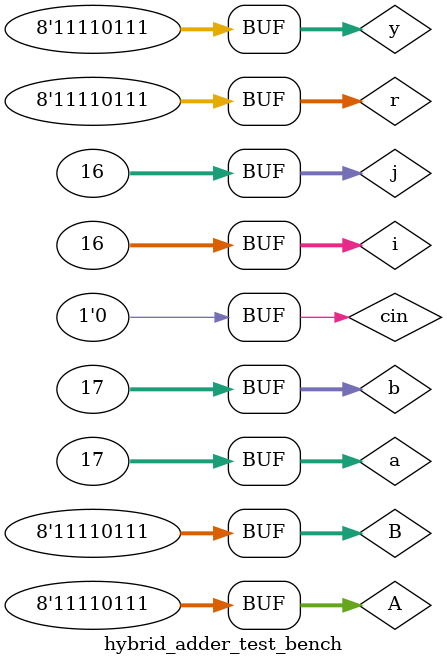
<source format=v>

`timescale 1ns / 1ps
 
// STUDENTS : ATHARVA ROSHAN NAIK (18CS10067)
//            RADHIKA PATWARI (18CS10062)
 
// ASSIGNMENT 1
 
// Hybrid adder for 8-bit inputs
module hybrid_adder_test_bench;
 
	reg [7:0] A,B,r,y;
	reg cin;
	wire cout;
	wire [7:0] sum;
 
    //calling the hybrid adder for 8-bit binary inputs
	hybrid_adder_8 f(.sum(sum), .cout(cout), .a(A), .b(B), .cin(cin));
 
	localparam t = 10;
	integer i,j,a,b;       //loop variables
 
	initial
	    begin
 
	     	cin = 1'b0;    //taking initial carry as 0
 
	     	//monitoring the change in variables
            $monitor($time,"A = %b , B = %b , out_carry = %b ,Sum = %b",A,B,cout,sum);
 
            //taking  all possible combinations of 2  8-bit numbers
            b = 1;
           	for(i=0;i<8;i=i+1)
            begin
                r[0] = (b%2 == 0)? 1:0;
                r[1] = (b%4 == 0 || b%4 == 3)? 1:0;
                r[2] = (b%8 == 0 || b%8 == 7 || b%8 == 6 || b%8 == 5)? 1:0;
                r[3] = (b%16 == 0 || b%16 == 15 || b%16 == 14 || b%16 == 13 || b%16 == 12 || b%16 == 11 || b%16 == 10 || b%16 == 9)? 1:0;
                a = 1;
                A[3:0] = r[3:0];
 
                for(j=0;j<8;j=j+1)
	                begin
	                #2
	                    y[0] = (a%2 == 0)? 1:0;
	                    y[1] = (a%4 == 0 || a%4 == 3)? 1:0;
	                    y[2] = (a%8 == 0 || a%8 == 7 || a%8 == 6 || a%8 == 5)? 1:0;
	                    y[3] = (a%16 == 0 || a%16 == 15 || a%16 == 14 || a%16 == 13 || a%16 == 12 || a%16 == 11 || a%16 == 10 || a%16 == 9)? 1:0;
	                    a = a+1;
	                    B[3:0] = y[3:0];
	                end
                b = b+1;
 
            end
 
            b = 1;
           	for(i=0;i<16;i=i+1)
            begin
                r[4] = (b%2 == 0)? 1:0;
                r[5] = (b%4 == 0 || b%4 == 3)? 1:0;
                r[6] = (b%8 == 0 || b%8 == 7 || b%8 == 6 || b%8 == 5)? 1:0;
                r[7] = (b%16 == 0 || b%16 == 15 || b%16 == 14 || b%16 == 13 || b%16 == 12 || b%16 == 11 || b%16 == 10 || b%16 == 9)? 1:0;
                a = 1;
                A[7:4] = r[7:4];
                for(j=0;j<16;j=j+1)
	                begin
	                #2
	                    y[4] = (a%2 == 0)? 1:0;
	                    y[5] = (a%4 == 0 || a%4 == 3)? 1:0;
	                    y[6] = (a%8 == 0 || a%8 == 7 || a%8 == 6 || a%8 == 5)? 1:0;
	                    y[7] = (a%16 == 0 || a%16 == 15 || a%16 == 14 || a%16 == 13 || a%16 == 12 || a%16 == 11 || a%16 == 10 || a%16 == 9)? 1:0;
	                    a = a+1;
	                    B[7:4] = y[7:4];
	                end
                b = b+1;
            end
 
	    end
endmodule
</source>
